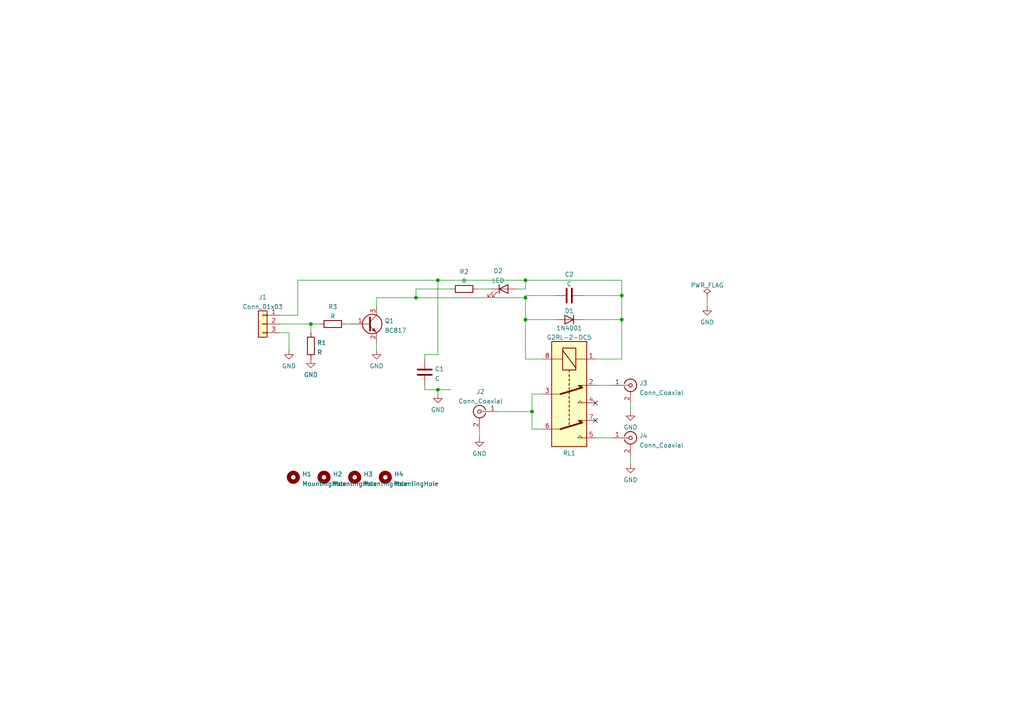
<source format=kicad_sch>
(kicad_sch (version 20211123) (generator eeschema)
  (paper "A4")
  (lib_symbols
    (symbol "Connector:Conn_Coaxial" (pin_names (offset 1.016) hide)
      (property "Reference" "J" (at 0.254 3.048 0))
      (property "Value" "Conn_Coaxial" (at 2.921 0 90))
      (symbol "Conn_Coaxial_0_1"
        (arc (start -1.778 -0.508) (mid 0.222 -1.808) (end 1.778 0) (stroke (width 0.254)))
        (polyline (pts (xy -2.54 0) (xy -0.508 0)))
        (polyline (pts (xy 0 -2.54) (xy 0 -1.778)))
        (circle (center 0 0) (radius 0.508) (stroke (width 0.2032)))
        (arc (start 1.778 0) (mid 0.222 1.8083) (end -1.778 0.508) (stroke (width 0.254)))
      )
      (symbol "Conn_Coaxial_1_1"
        (pin passive line (at -5.08 0 0) (length 2.54) (name "In") (number "1"))
        (pin passive line (at 0 -5.08 90) (length 2.54) (name "Ext") (number "2"))
      )
    )
    (symbol "Connector_Generic:Conn_01x03" (pin_names (offset 1.016) hide)
      (property "Reference" "J" (at 0 5.08 0))
      (property "Value" "Conn_01x03" (at 0 -5.08 0))
      (symbol "Conn_01x03_1_1"
        (rectangle (start -1.27 -2.413) (end 0 -2.667) (stroke (width 0.1524)))
        (rectangle (start -1.27 0.127) (end 0 -0.127) (stroke (width 0.1524)))
        (rectangle (start -1.27 2.667) (end 0 2.413) (stroke (width 0.1524)))
        (rectangle (start -1.27 3.81) (end 1.27 -3.81) (stroke (width 0.254)) (fill (type background)))
        (pin passive line (at -5.08 2.54 0) (length 3.81) (name "Pin_1") (number "1"))
        (pin passive line (at -5.08 0 0) (length 3.81) (name "Pin_2") (number "2"))
        (pin passive line (at -5.08 -2.54 0) (length 3.81) (name "Pin_3") (number "3"))
      )
    )
    (symbol "Device:C" (pin_numbers hide) (pin_names (offset 0.254))
      (property "Reference" "C" (at 0.635 2.54 0))
      (property "Value" "C" (at 0.635 -2.54 0))
      (symbol "C_0_1"
        (polyline (pts (xy -2.032 -0.762) (xy 2.032 -0.762)) (stroke (width 0.508)))
        (polyline (pts (xy -2.032 0.762) (xy 2.032 0.762)) (stroke (width 0.508)))
      )
      (symbol "C_1_1"
        (pin passive line (at 0 3.81 270) (length 2.794) (name "~") (number "1"))
        (pin passive line (at 0 -3.81 90) (length 2.794) (name "~") (number "2"))
      )
    )
    (symbol "Device:LED" (pin_numbers hide) (pin_names (offset 1.016) hide)
      (property "Reference" "D" (at 0 2.54 0))
      (property "Value" "LED" (at 0 -2.54 0))
      (symbol "LED_0_1"
        (polyline (pts (xy -1.27 -1.27) (xy -1.27 1.27)) (stroke (width 0.254)))
        (polyline (pts (xy -1.27 0) (xy 1.27 0)))
        (polyline (pts (xy 1.27 -1.27) (xy 1.27 1.27) (xy -1.27 0) (xy 1.27 -1.27)) (stroke (width 0.254)))
        (polyline (pts (xy -3.048 -0.762) (xy -4.572 -2.286) (xy -3.81 -2.286) (xy -4.572 -2.286) (xy -4.572 -1.524)))
        (polyline (pts (xy -1.778 -0.762) (xy -3.302 -2.286) (xy -2.54 -2.286) (xy -3.302 -2.286) (xy -3.302 -1.524)))
      )
      (symbol "LED_1_1"
        (pin passive line (at -3.81 0 0) (length 2.54) (name "K") (number "1"))
        (pin passive line (at 3.81 0 180) (length 2.54) (name "A") (number "2"))
      )
    )
    (symbol "Device:R" (pin_numbers hide) (pin_names (offset 0))
      (property "Reference" "R" (at 2.032 0 90))
      (property "Value" "R" (at 0 0 90))
      (symbol "R_0_1"
        (rectangle (start -1.016 -2.54) (end 1.016 2.54) (stroke (width 0.254)))
      )
      (symbol "R_1_1"
        (pin passive line (at 0 3.81 270) (length 1.27) (name "~") (number "1"))
        (pin passive line (at 0 -3.81 90) (length 1.27) (name "~") (number "2"))
      )
    )
    (symbol "Diode:1N4001" (pin_numbers hide) (pin_names (offset 1.016) hide)
      (property "Reference" "D" (at 0 2.54 0))
      (property "Value" "1N4001" (at 0 -2.54 0))
      (symbol "1N4001_0_1"
        (polyline (pts (xy -1.27 1.27) (xy -1.27 -1.27)) (stroke (width 0.254)))
        (polyline (pts (xy 1.27 0) (xy -1.27 0)))
        (polyline (pts (xy 1.27 1.27) (xy 1.27 -1.27) (xy -1.27 0) (xy 1.27 1.27)) (stroke (width 0.254)))
      )
      (symbol "1N4001_1_1"
        (pin passive line (at -3.81 0 0) (length 2.54) (name "K") (number "1"))
        (pin passive line (at 3.81 0 180) (length 2.54) (name "A") (number "2"))
      )
    )
    (symbol "Mechanical:MountingHole" (pin_names (offset 1.016))
      (property "Reference" "H" (at 0 5.08 0))
      (property "Value" "MountingHole" (at 0 3.175 0))
      (symbol "MountingHole_0_1"
        (circle (center 0 0) (radius 1.27) (stroke (width 1.27)))
      )
    )
    (symbol "Relay:G2RL-2-DC5"
      (property "Reference" "RL" (at 16.51 3.81 0))
      (property "Value" "G2RL-2-DC5" (at 16.51 1.27 0))
      (symbol "G2RL-2-DC5_0_1"
        (rectangle (start -15.24 5.08) (end 15.24 -5.08) (stroke (width 0.254)) (fill (type background)))
        (rectangle (start -13.335 1.905) (end -6.985 -1.905) (stroke (width 0.254)))
        (polyline (pts (xy -12.7 -1.905) (xy -7.62 1.905)) (stroke (width 0.254)))
        (polyline (pts (xy -10.16 -5.08) (xy -10.16 -1.905)))
        (polyline (pts (xy -10.16 5.08) (xy -10.16 1.905)))
        (polyline (pts (xy -6.985 0) (xy -6.35 0)) (stroke (width 0.254)))
        (polyline (pts (xy -5.715 0) (xy -5.08 0)) (stroke (width 0.254)))
        (polyline (pts (xy -4.445 0) (xy -3.81 0)) (stroke (width 0.254)))
        (polyline (pts (xy -3.175 0) (xy -2.54 0)) (stroke (width 0.254)))
        (polyline (pts (xy -1.905 0) (xy -1.27 0)) (stroke (width 0.254)))
        (polyline (pts (xy -0.635 0) (xy 0 0)) (stroke (width 0.254)))
        (polyline (pts (xy 0 -2.54) (xy -1.905 3.81)) (stroke (width 0.508)))
        (polyline (pts (xy 0 -2.54) (xy 0 -5.08)))
        (polyline (pts (xy 0.635 0) (xy 1.27 0)) (stroke (width 0.254)))
        (polyline (pts (xy 1.905 0) (xy 2.54 0)) (stroke (width 0.254)))
        (polyline (pts (xy 3.175 0) (xy 3.81 0)) (stroke (width 0.254)))
        (polyline (pts (xy 4.445 0) (xy 5.08 0)) (stroke (width 0.254)))
        (polyline (pts (xy 5.715 0) (xy 6.35 0)) (stroke (width 0.254)))
        (polyline (pts (xy 6.985 0) (xy 7.62 0)) (stroke (width 0.254)))
        (polyline (pts (xy 8.255 0) (xy 8.89 0)) (stroke (width 0.254)))
        (polyline (pts (xy 10.16 -2.54) (xy 8.255 3.81)) (stroke (width 0.508)))
        (polyline (pts (xy 10.16 -2.54) (xy 10.16 -5.08)))
        (polyline (pts (xy -2.54 5.08) (xy -2.54 2.54) (xy -1.905 3.175) (xy -2.54 3.81)) (fill (type outline)))
        (polyline (pts (xy 2.54 5.08) (xy 2.54 2.54) (xy 1.905 3.175) (xy 2.54 3.81)))
        (polyline (pts (xy 7.62 5.08) (xy 7.62 2.54) (xy 8.255 3.175) (xy 7.62 3.81)) (fill (type outline)))
        (polyline (pts (xy 12.7 5.08) (xy 12.7 2.54) (xy 12.065 3.175) (xy 12.7 3.81)))
      )
      (symbol "G2RL-2-DC5_1_1"
        (pin passive line (at -10.16 7.62 270) (length 2.54) (name "~") (number "1"))
        (pin passive line (at -2.54 7.62 270) (length 2.54) (name "~") (number "2"))
        (pin passive line (at 0 -7.62 90) (length 2.54) (name "~") (number "3"))
        (pin passive line (at 2.54 7.62 270) (length 2.54) (name "~") (number "4"))
        (pin passive line (at 12.7 7.62 270) (length 2.54) (name "~") (number "5"))
        (pin passive line (at 10.16 -7.62 90) (length 2.54) (name "~") (number "6"))
        (pin passive line (at 7.62 7.62 270) (length 2.54) (name "~") (number "7"))
        (pin passive line (at -10.16 -7.62 90) (length 2.54) (name "~") (number "8"))
      )
    )
    (symbol "Transistor_BJT:BC817" (pin_names (offset 0) hide)
      (property "Reference" "Q" (at 5.08 1.905 0))
      (property "Value" "BC817" (at 5.08 0 0))
      (symbol "BC817_0_1"
        (polyline (pts (xy 0.635 0.635) (xy 2.54 2.54)))
        (polyline (pts (xy 0.635 -0.635) (xy 2.54 -2.54) (xy 2.54 -2.54)))
        (polyline (pts (xy 0.635 1.905) (xy 0.635 -1.905) (xy 0.635 -1.905)) (stroke (width 0.508)))
        (polyline (pts (xy 1.27 -1.778) (xy 1.778 -1.27) (xy 2.286 -2.286) (xy 1.27 -1.778) (xy 1.27 -1.778)) (fill (type outline)))
        (circle (center 1.27 0) (radius 2.8194) (stroke (width 0.254)))
      )
      (symbol "BC817_1_1"
        (pin input line (at -5.08 0 0) (length 5.715) (name "B") (number "1"))
        (pin passive line (at 2.54 -5.08 90) (length 2.54) (name "E") (number "2"))
        (pin passive line (at 2.54 5.08 270) (length 2.54) (name "C") (number "3"))
      )
    )
    (symbol "power:GND" (power) (pin_names (offset 0))
      (property "Value" "GND" (at 0 -3.81 0))
      (symbol "GND_0_1"
        (polyline (pts (xy 0 0) (xy 0 -1.27) (xy 1.27 -1.27) (xy 0 -2.54) (xy -1.27 -1.27) (xy 0 -1.27)))
      )
      (symbol "GND_1_1"
        (pin power_in line (at 0 0 270) (length 0) hide (name "GND") (number "1"))
      )
    )
    (symbol "power:PWR_FLAG" (power) (pin_numbers hide) (pin_names (offset 0) hide)
      (property "Value" "PWR_FLAG" (at 0 3.81 0))
      (symbol "PWR_FLAG_0_0"
        (pin power_out line (at 0 0 90) (length 0) (name "pwr") (number "1"))
      )
      (symbol "PWR_FLAG_0_1"
        (polyline (pts (xy 0 0) (xy 0 1.27) (xy -1.016 1.905) (xy 0 2.54) (xy 1.016 1.905) (xy 0 1.27)))
      )
    )
  )
  (junction (at 90.17 93.98))
  (junction (at 154.305 119.38))
  (junction (at 152.4 81.28))
  (junction (at 152.4 86.36))
  (junction (at 152.4 92.71))
  (junction (at 120.65 86.36))
  (junction (at 180.34 85.725))
  (junction (at 127 81.28))
  (junction (at 180.34 92.71))
  (junction (at 127 113.03))
  (no_connect (at 172.72 121.92))
  (no_connect (at 172.72 116.84))
  (wire (pts (xy 127 81.28) (xy 127 102.87)))
  (wire (pts (xy 123.19 113.03) (xy 127 113.03)))
  (wire (pts (xy 149.86 83.82) (xy 152.4 83.82)))
  (wire (pts (xy 120.65 83.82) (xy 120.65 86.36)))
  (wire (pts (xy 120.65 86.36) (xy 152.4 86.36)))
  (wire (pts (xy 127 102.87) (xy 123.19 102.87)))
  (wire (pts (xy 154.305 114.3) (xy 154.305 119.38)))
  (wire (pts (xy 138.43 83.82) (xy 142.24 83.82)))
  (wire (pts (xy 83.82 96.52) (xy 83.82 101.6)))
  (wire (pts (xy 168.91 85.725) (xy 180.34 85.725)))
  (wire (pts (xy 152.4 85.725) (xy 152.4 86.36)))
  (wire (pts (xy 168.91 92.71) (xy 180.34 92.71)))
  (wire (pts (xy 180.34 85.725) (xy 180.34 92.71)))
  (wire (pts (xy 180.34 81.28) (xy 180.34 85.725)))
  (wire (pts (xy 123.19 104.14) (xy 123.19 102.87)))
  (wire (pts (xy 86.36 81.28) (xy 86.36 91.44)))
  (wire (pts (xy 100.33 93.98) (xy 101.6 93.98)))
  (wire (pts (xy 172.72 104.14) (xy 180.34 104.14)))
  (wire (pts (xy 152.4 81.28) (xy 180.34 81.28)))
  (wire (pts (xy 123.19 111.76) (xy 123.19 113.03)))
  (wire (pts (xy 152.4 86.36) (xy 152.4 92.71)))
  (wire (pts (xy 109.22 88.9) (xy 109.22 86.36)))
  (wire (pts (xy 161.29 85.725) (xy 152.4 85.725)))
  (wire (pts (xy 180.34 92.71) (xy 180.34 104.14)))
  (wire (pts (xy 130.81 83.82) (xy 120.65 83.82)))
  (wire (pts (xy 152.4 92.71) (xy 161.29 92.71)))
  (wire (pts (xy 109.22 86.36) (xy 120.65 86.36)))
  (wire (pts (xy 172.72 127) (xy 177.8 127)))
  (wire (pts (xy 154.305 124.46) (xy 154.305 119.38)))
  (wire (pts (xy 152.4 81.28) (xy 152.4 83.82)))
  (wire (pts (xy 144.145 119.38) (xy 154.305 119.38)))
  (wire (pts (xy 127 113.03) (xy 127 114.3)))
  (wire (pts (xy 90.17 93.98) (xy 92.71 93.98)))
  (wire (pts (xy 139.065 124.46) (xy 139.065 127)))
  (wire (pts (xy 157.48 124.46) (xy 154.305 124.46)))
  (wire (pts (xy 205.105 86.36) (xy 205.105 88.9)))
  (wire (pts (xy 109.22 99.06) (xy 109.22 101.6)))
  (wire (pts (xy 127 113.03) (xy 130.81 113.03)))
  (wire (pts (xy 86.36 91.44) (xy 81.28 91.44)))
  (wire (pts (xy 172.72 111.76) (xy 177.8 111.76)))
  (wire (pts (xy 90.17 93.98) (xy 90.17 96.52)))
  (wire (pts (xy 152.4 92.71) (xy 152.4 104.14)))
  (wire (pts (xy 81.28 93.98) (xy 90.17 93.98)))
  (wire (pts (xy 152.4 104.14) (xy 157.48 104.14)))
  (wire (pts (xy 182.88 132.08) (xy 182.88 134.62)))
  (wire (pts (xy 182.88 116.84) (xy 182.88 119.38)))
  (wire (pts (xy 81.28 96.52) (xy 83.82 96.52)))
  (wire (pts (xy 157.48 114.3) (xy 154.305 114.3)))
  (wire (pts (xy 86.36 81.28) (xy 127 81.28)))
  (wire (pts (xy 127 81.28) (xy 152.4 81.28)))
  (symbol (lib_id "power:PWR_FLAG") (at 205.105 86.36 0) (unit 1)
    (property "Reference" "#FLG0101" (effects hide))
    (property "Value" "PWR_FLAG" (at 205.105 82.7555 0))
  )
  (symbol (lib_id "power:GND") (at 90.17 104.14 0) (unit 1)
    (property "Reference" "#PWR0101" (effects hide))
    (property "Value" "GND" (at 90.17 108.7025 0))
  )
  (symbol (lib_id "Relay:G2RL-2-DC5") (at 165.1 114.3 270) (unit 1)
    (property "Reference" "RL1" (at 165.1 131.445 90))
    (property "Value" "G2RL-2-DC5" (at 165.1 97.8686 90))
    (property "Footprint" "Relay_THT:Relay_DPDT_Omron_G2RL" (effects hide))
    (property "Datasheet" "https://omronfs.omron.com/en_US/ecb/products/pdf/en-g2rl.pdf" (effects hide))
  )
  (symbol (lib_id "power:GND") (at 127 114.3 0) (unit 1)
    (property "Reference" "#PWR07" (effects hide))
    (property "Value" "GND" (at 127 118.8625 0))
  )
  (symbol (lib_id "Mechanical:MountingHole") (at 85.09 138.43 0) (unit 1)
    (property "Reference" "H1" (at 87.63 137.5215 0) (effects (justify left)))
    (property "Value" "MountingHole" (at 87.63 140.2966 0) (effects (justify left)))
    (property "Footprint" "MountingHole:MountingHole_2.7mm_M2.5_DIN965" (effects hide))
  )
  (symbol (lib_id "Device:C") (at 123.19 107.95 0) (unit 1)
    (property "Reference" "C1" (at 126.111 107.0415 0) (effects (justify left)))
    (property "Value" "C" (at 126.111 109.8166 0) (effects (justify left)))
    (property "Footprint" "Capacitor_SMD:C_0603_1608Metric" (effects hide))
  )
  (symbol (lib_id "power:GND") (at 83.82 101.6 0) (unit 1)
    (property "Reference" "#PWR01" (effects hide))
    (property "Value" "GND" (at 83.82 106.1625 0))
  )
  (symbol (lib_id "Device:LED") (at 146.05 83.82 0) (unit 1)
    (property "Reference" "D2" (at 144.4625 78.5835 0))
    (property "Value" "LED" (at 144.4625 81.3586 0))
    (property "Footprint" "LED_SMD:LED_0603_1608Metric" (effects hide))
  )
  (symbol (lib_id "power:GND") (at 205.105 88.9 0) (unit 1)
    (property "Reference" "#PWR0102" (effects hide))
    (property "Value" "GND" (at 205.105 93.4625 0))
  )
  (symbol (lib_id "Connector:Conn_Coaxial") (at 182.88 111.76 0) (unit 1)
    (property "Reference" "J3" (at 185.42 111.1447 0) (effects (justify left)))
    (property "Value" "Conn_Coaxial" (at 185.42 113.9198 0) (effects (justify left)))
    (property "Footprint" "Connector_Coaxial:SMA_Samtec_SMA-J-P-X-ST-EM1_EdgeMount" (effects hide))
    (property "Datasheet" " ~" (effects hide))
  )
  (symbol (lib_id "power:GND") (at 139.065 127 0) (unit 1)
    (property "Reference" "#PWR05" (effects hide))
    (property "Value" "GND" (at 139.065 131.5625 0))
  )
  (symbol (lib_id "Connector_Generic:Conn_01x03") (at 76.2 93.98 0) (mirror y) (unit 1)
    (property "Reference" "J1" (at 76.2 86.2035 0))
    (property "Value" "Conn_01x03" (at 76.2 88.9786 0))
    (property "Footprint" "Connector_JST:JST_PH_B3B-PH-SM4-TB_1x03-1MP_P2.00mm_Vertical" (effects hide))
  )
  (symbol (lib_id "Device:R") (at 134.62 83.82 90) (unit 1)
    (property "Reference" "R2" (at 134.62 78.8375 90))
    (property "Value" "R" (at 134.62 81.6126 90))
    (property "Footprint" "Resistor_SMD:R_0603_1608Metric" (effects hide))
  )
  (symbol (lib_id "power:GND") (at 182.88 119.38 0) (unit 1)
    (property "Reference" "#PWR08" (effects hide))
    (property "Value" "GND" (at 182.88 123.9425 0))
  )
  (symbol (lib_id "Connector:Conn_Coaxial") (at 139.065 119.38 0) (mirror y) (unit 1)
    (property "Reference" "J2" (at 139.3824 113.5869 0))
    (property "Value" "Conn_Coaxial" (at 139.3824 116.362 0))
    (property "Footprint" "Connector_Coaxial:SMA_Samtec_SMA-J-P-X-ST-EM1_EdgeMount" (effects hide))
    (property "Datasheet" " ~" (effects hide))
  )
  (symbol (lib_id "Device:R") (at 90.17 100.33 0) (unit 1)
    (property "Reference" "R1" (at 91.948 99.4215 0) (effects (justify left)))
    (property "Value" "R" (at 91.948 102.1966 0) (effects (justify left)))
    (property "Footprint" "Resistor_SMD:R_0603_1608Metric" (effects hide))
  )
  (symbol (lib_id "Mechanical:MountingHole") (at 93.98 138.43 0) (unit 1)
    (property "Reference" "H2" (at 96.52 137.5215 0) (effects (justify left)))
    (property "Value" "MountingHole" (at 96.52 140.2966 0) (effects (justify left)))
    (property "Footprint" "MountingHole:MountingHole_2.7mm_M2.5_DIN965" (effects hide))
  )
  (symbol (lib_id "Mechanical:MountingHole") (at 102.87 138.43 0) (unit 1)
    (property "Reference" "H3" (at 105.41 137.5215 0) (effects (justify left)))
    (property "Value" "MountingHole" (at 105.41 140.2966 0) (effects (justify left)))
    (property "Footprint" "MountingHole:MountingHole_2.7mm_M2.5_DIN965" (effects hide))
  )
  (symbol (lib_id "Transistor_BJT:BC817") (at 106.68 93.98 0) (unit 1)
    (property "Reference" "Q1" (at 111.5314 93.0715 0) (effects (justify left)))
    (property "Value" "BC817" (at 111.5314 95.8466 0) (effects (justify left)))
    (property "Footprint" "Package_TO_SOT_SMD:SOT-23" (effects hide))
    (property "Datasheet" "https://www.onsemi.com/pub/Collateral/BC818-D.pdf" (effects hide))
  )
  (symbol (lib_id "power:GND") (at 182.88 134.62 0) (unit 1)
    (property "Reference" "#PWR09" (effects hide))
    (property "Value" "GND" (at 182.88 139.1825 0))
  )
  (symbol (lib_id "Device:R") (at 96.52 93.98 90) (unit 1)
    (property "Reference" "R3" (at 96.52 88.9975 90))
    (property "Value" "R" (at 96.52 91.7726 90))
    (property "Footprint" "Resistor_SMD:R_0603_1608Metric" (effects hide))
  )
  (symbol (lib_id "Diode:1N4001") (at 165.1 92.71 180) (unit 1)
    (property "Reference" "D1" (at 165.1 90.17 0))
    (property "Value" "1N4001" (at 165.1 95.1714 0))
    (property "Footprint" "Diode_SMD:D_SOD-123" (effects hide))
    (property "Datasheet" "http://www.vishay.com/docs/88503/1n4001.pdf" (effects hide))
  )
  (symbol (lib_id "power:GND") (at 109.22 101.6 0) (unit 1)
    (property "Reference" "#PWR04" (effects hide))
    (property "Value" "GND" (at 109.22 106.1625 0))
  )
  (symbol (lib_id "Device:C") (at 165.1 85.725 90) (unit 1)
    (property "Reference" "C2" (at 165.1 79.5995 90))
    (property "Value" "C" (at 165.1 82.3746 90))
    (property "Footprint" "Capacitor_SMD:C_0603_1608Metric" (effects hide))
  )
  (symbol (lib_id "Mechanical:MountingHole") (at 111.76 138.43 0) (unit 1)
    (property "Reference" "H4" (at 114.3 137.5215 0) (effects (justify left)))
    (property "Value" "MountingHole" (at 114.3 140.2966 0) (effects (justify left)))
    (property "Footprint" "MountingHole:MountingHole_2.7mm_M2.5_DIN965" (effects hide))
  )
  (symbol (lib_id "Connector:Conn_Coaxial") (at 182.88 127 0) (unit 1)
    (property "Reference" "J4" (at 185.42 126.3847 0) (effects (justify left)))
    (property "Value" "Conn_Coaxial" (at 185.42 129.1598 0) (effects (justify left)))
    (property "Footprint" "Connector_Coaxial:SMA_Samtec_SMA-J-P-X-ST-EM1_EdgeMount" (effects hide))
    (property "Datasheet" " ~" (effects hide))
  )
)
</source>
